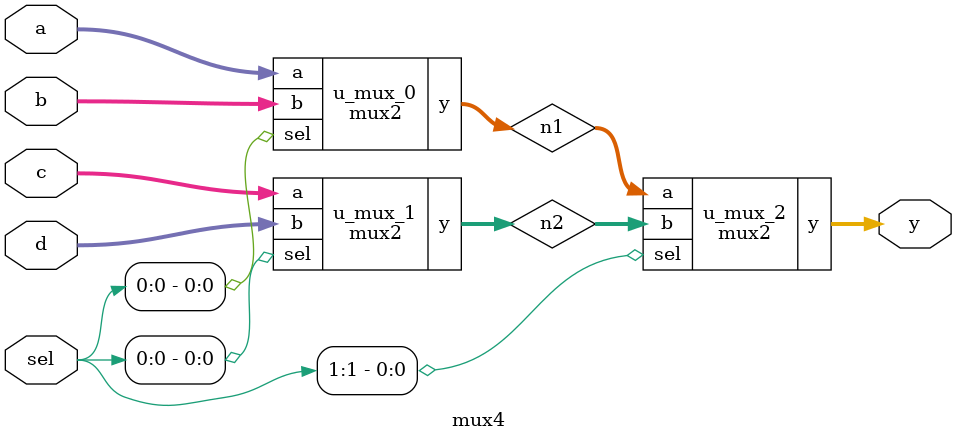
<source format=sv>
/* mux.sv
 * Mux definitions.
 */

module mux2 #(parameter WIDTH=32) (
  input logic [WIDTH-1:0] a,
  input logic [WIDTH-1:0] b,
  input logic sel,
  output logic [WIDTH-1:0] y
);

always_comb begin
  y = a;
  if (sel) begin
    y = b;
  end
end

endmodule : mux2

module mux4 #(parameter WIDTH=32) (
  input logic [WIDTH-1:0] a,
  input logic [WIDTH-1:0] b,
  input logic [WIDTH-1:0] c,
  input logic [WIDTH-1:0] d,
  input logic [1:0] sel,
  output logic [WIDTH-1:0] y
);

logic [WIDTH-1:0] n1, n2;

mux2 u_mux_0 (
  .a(a),
  .b(b),
  .sel(sel[0]),
  .y(n1));

mux2 u_mux_1 (
  .a(c),
  .b(d),
  .sel(sel[0]),
  .y(n2));

mux2 u_mux_2 (
  .a(n1),
  .b(n2),
  .sel(sel[1]),
  .y(y));

endmodule : mux4

</source>
